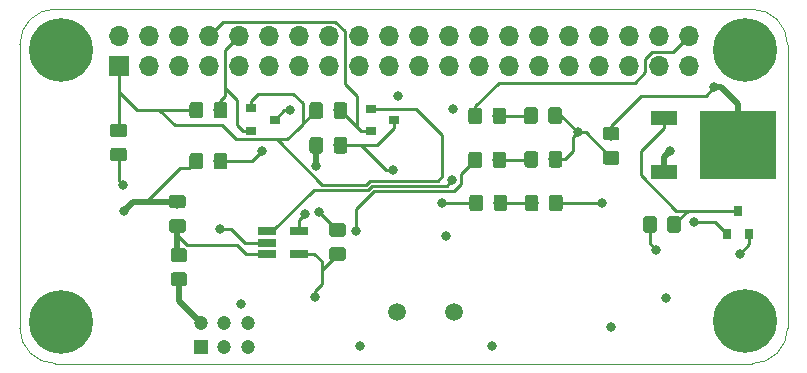
<source format=gbr>
G04 #@! TF.GenerationSoftware,KiCad,Pcbnew,(5.1.4)-1*
G04 #@! TF.CreationDate,2021-07-13T12:31:04-04:00*
G04 #@! TF.ProjectId,RocketPi,526f636b-6574-4506-992e-6b696361645f,rev?*
G04 #@! TF.SameCoordinates,Original*
G04 #@! TF.FileFunction,Copper,L1,Top*
G04 #@! TF.FilePolarity,Positive*
%FSLAX46Y46*%
G04 Gerber Fmt 4.6, Leading zero omitted, Abs format (unit mm)*
G04 Created by KiCad (PCBNEW (5.1.4)-1) date 2021-07-13 12:31:04*
%MOMM*%
%LPD*%
G04 APERTURE LIST*
%ADD10C,0.100000*%
%ADD11C,1.150000*%
%ADD12C,5.400000*%
%ADD13C,1.500000*%
%ADD14R,1.560000X0.650000*%
%ADD15R,0.900000X0.800000*%
%ADD16R,6.400000X5.800000*%
%ADD17R,2.200000X1.200000*%
%ADD18R,0.800000X0.900000*%
%ADD19O,1.700000X1.700000*%
%ADD20R,1.700000X1.700000*%
%ADD21C,1.200000*%
%ADD22R,1.200000X1.200000*%
%ADD23C,0.800000*%
%ADD24C,0.250000*%
%ADD25C,0.500000*%
%ADD26C,0.550000*%
G04 APERTURE END LIST*
D10*
X68046600Y-42164000D02*
G75*
G03X65049400Y-45161200I0J-2997200D01*
G01*
X127052600Y-72178400D02*
G75*
G03X130052600Y-69178400I0J3000000D01*
G01*
X130052600Y-45178400D02*
G75*
G03X127052600Y-42178400I-3000000J0D01*
G01*
X65052600Y-69178400D02*
G75*
G03X68052600Y-72178400I3000000J0D01*
G01*
X68046600Y-42164000D02*
X127052600Y-42178400D01*
X65049400Y-45161200D02*
X65052600Y-69178400D01*
X68052600Y-72178400D02*
X127052600Y-72178400D01*
X130052600Y-45178400D02*
X130052600Y-69178400D01*
G36*
X108728105Y-57886604D02*
G01*
X108752373Y-57890204D01*
X108776172Y-57896165D01*
X108799271Y-57904430D01*
X108821450Y-57914920D01*
X108842493Y-57927532D01*
X108862199Y-57942147D01*
X108880377Y-57958623D01*
X108896853Y-57976801D01*
X108911468Y-57996507D01*
X108924080Y-58017550D01*
X108934570Y-58039729D01*
X108942835Y-58062828D01*
X108948796Y-58086627D01*
X108952396Y-58110895D01*
X108953600Y-58135399D01*
X108953600Y-59035401D01*
X108952396Y-59059905D01*
X108948796Y-59084173D01*
X108942835Y-59107972D01*
X108934570Y-59131071D01*
X108924080Y-59153250D01*
X108911468Y-59174293D01*
X108896853Y-59193999D01*
X108880377Y-59212177D01*
X108862199Y-59228653D01*
X108842493Y-59243268D01*
X108821450Y-59255880D01*
X108799271Y-59266370D01*
X108776172Y-59274635D01*
X108752373Y-59280596D01*
X108728105Y-59284196D01*
X108703601Y-59285400D01*
X108053599Y-59285400D01*
X108029095Y-59284196D01*
X108004827Y-59280596D01*
X107981028Y-59274635D01*
X107957929Y-59266370D01*
X107935750Y-59255880D01*
X107914707Y-59243268D01*
X107895001Y-59228653D01*
X107876823Y-59212177D01*
X107860347Y-59193999D01*
X107845732Y-59174293D01*
X107833120Y-59153250D01*
X107822630Y-59131071D01*
X107814365Y-59107972D01*
X107808404Y-59084173D01*
X107804804Y-59059905D01*
X107803600Y-59035401D01*
X107803600Y-58135399D01*
X107804804Y-58110895D01*
X107808404Y-58086627D01*
X107814365Y-58062828D01*
X107822630Y-58039729D01*
X107833120Y-58017550D01*
X107845732Y-57996507D01*
X107860347Y-57976801D01*
X107876823Y-57958623D01*
X107895001Y-57942147D01*
X107914707Y-57927532D01*
X107935750Y-57914920D01*
X107957929Y-57904430D01*
X107981028Y-57896165D01*
X108004827Y-57890204D01*
X108029095Y-57886604D01*
X108053599Y-57885400D01*
X108703601Y-57885400D01*
X108728105Y-57886604D01*
X108728105Y-57886604D01*
G37*
D11*
X108378600Y-58585400D03*
D10*
G36*
X110778105Y-57886604D02*
G01*
X110802373Y-57890204D01*
X110826172Y-57896165D01*
X110849271Y-57904430D01*
X110871450Y-57914920D01*
X110892493Y-57927532D01*
X110912199Y-57942147D01*
X110930377Y-57958623D01*
X110946853Y-57976801D01*
X110961468Y-57996507D01*
X110974080Y-58017550D01*
X110984570Y-58039729D01*
X110992835Y-58062828D01*
X110998796Y-58086627D01*
X111002396Y-58110895D01*
X111003600Y-58135399D01*
X111003600Y-59035401D01*
X111002396Y-59059905D01*
X110998796Y-59084173D01*
X110992835Y-59107972D01*
X110984570Y-59131071D01*
X110974080Y-59153250D01*
X110961468Y-59174293D01*
X110946853Y-59193999D01*
X110930377Y-59212177D01*
X110912199Y-59228653D01*
X110892493Y-59243268D01*
X110871450Y-59255880D01*
X110849271Y-59266370D01*
X110826172Y-59274635D01*
X110802373Y-59280596D01*
X110778105Y-59284196D01*
X110753601Y-59285400D01*
X110103599Y-59285400D01*
X110079095Y-59284196D01*
X110054827Y-59280596D01*
X110031028Y-59274635D01*
X110007929Y-59266370D01*
X109985750Y-59255880D01*
X109964707Y-59243268D01*
X109945001Y-59228653D01*
X109926823Y-59212177D01*
X109910347Y-59193999D01*
X109895732Y-59174293D01*
X109883120Y-59153250D01*
X109872630Y-59131071D01*
X109864365Y-59107972D01*
X109858404Y-59084173D01*
X109854804Y-59059905D01*
X109853600Y-59035401D01*
X109853600Y-58135399D01*
X109854804Y-58110895D01*
X109858404Y-58086627D01*
X109864365Y-58062828D01*
X109872630Y-58039729D01*
X109883120Y-58017550D01*
X109895732Y-57996507D01*
X109910347Y-57976801D01*
X109926823Y-57958623D01*
X109945001Y-57942147D01*
X109964707Y-57927532D01*
X109985750Y-57914920D01*
X110007929Y-57904430D01*
X110031028Y-57896165D01*
X110054827Y-57890204D01*
X110079095Y-57886604D01*
X110103599Y-57885400D01*
X110753601Y-57885400D01*
X110778105Y-57886604D01*
X110778105Y-57886604D01*
G37*
D11*
X110428600Y-58585400D03*
D12*
X126466600Y-45618400D03*
X126466600Y-68605400D03*
X68529200Y-68681600D03*
X68554600Y-45669200D03*
D10*
G36*
X105997105Y-50507604D02*
G01*
X106021373Y-50511204D01*
X106045172Y-50517165D01*
X106068271Y-50525430D01*
X106090450Y-50535920D01*
X106111493Y-50548532D01*
X106131199Y-50563147D01*
X106149377Y-50579623D01*
X106165853Y-50597801D01*
X106180468Y-50617507D01*
X106193080Y-50638550D01*
X106203570Y-50660729D01*
X106211835Y-50683828D01*
X106217796Y-50707627D01*
X106221396Y-50731895D01*
X106222600Y-50756399D01*
X106222600Y-51656401D01*
X106221396Y-51680905D01*
X106217796Y-51705173D01*
X106211835Y-51728972D01*
X106203570Y-51752071D01*
X106193080Y-51774250D01*
X106180468Y-51795293D01*
X106165853Y-51814999D01*
X106149377Y-51833177D01*
X106131199Y-51849653D01*
X106111493Y-51864268D01*
X106090450Y-51876880D01*
X106068271Y-51887370D01*
X106045172Y-51895635D01*
X106021373Y-51901596D01*
X105997105Y-51905196D01*
X105972601Y-51906400D01*
X105322599Y-51906400D01*
X105298095Y-51905196D01*
X105273827Y-51901596D01*
X105250028Y-51895635D01*
X105226929Y-51887370D01*
X105204750Y-51876880D01*
X105183707Y-51864268D01*
X105164001Y-51849653D01*
X105145823Y-51833177D01*
X105129347Y-51814999D01*
X105114732Y-51795293D01*
X105102120Y-51774250D01*
X105091630Y-51752071D01*
X105083365Y-51728972D01*
X105077404Y-51705173D01*
X105073804Y-51680905D01*
X105072600Y-51656401D01*
X105072600Y-50756399D01*
X105073804Y-50731895D01*
X105077404Y-50707627D01*
X105083365Y-50683828D01*
X105091630Y-50660729D01*
X105102120Y-50638550D01*
X105114732Y-50617507D01*
X105129347Y-50597801D01*
X105145823Y-50579623D01*
X105164001Y-50563147D01*
X105183707Y-50548532D01*
X105204750Y-50535920D01*
X105226929Y-50525430D01*
X105250028Y-50517165D01*
X105273827Y-50511204D01*
X105298095Y-50507604D01*
X105322599Y-50506400D01*
X105972601Y-50506400D01*
X105997105Y-50507604D01*
X105997105Y-50507604D01*
G37*
D11*
X105647600Y-51206400D03*
D10*
G36*
X103947105Y-50507604D02*
G01*
X103971373Y-50511204D01*
X103995172Y-50517165D01*
X104018271Y-50525430D01*
X104040450Y-50535920D01*
X104061493Y-50548532D01*
X104081199Y-50563147D01*
X104099377Y-50579623D01*
X104115853Y-50597801D01*
X104130468Y-50617507D01*
X104143080Y-50638550D01*
X104153570Y-50660729D01*
X104161835Y-50683828D01*
X104167796Y-50707627D01*
X104171396Y-50731895D01*
X104172600Y-50756399D01*
X104172600Y-51656401D01*
X104171396Y-51680905D01*
X104167796Y-51705173D01*
X104161835Y-51728972D01*
X104153570Y-51752071D01*
X104143080Y-51774250D01*
X104130468Y-51795293D01*
X104115853Y-51814999D01*
X104099377Y-51833177D01*
X104081199Y-51849653D01*
X104061493Y-51864268D01*
X104040450Y-51876880D01*
X104018271Y-51887370D01*
X103995172Y-51895635D01*
X103971373Y-51901596D01*
X103947105Y-51905196D01*
X103922601Y-51906400D01*
X103272599Y-51906400D01*
X103248095Y-51905196D01*
X103223827Y-51901596D01*
X103200028Y-51895635D01*
X103176929Y-51887370D01*
X103154750Y-51876880D01*
X103133707Y-51864268D01*
X103114001Y-51849653D01*
X103095823Y-51833177D01*
X103079347Y-51814999D01*
X103064732Y-51795293D01*
X103052120Y-51774250D01*
X103041630Y-51752071D01*
X103033365Y-51728972D01*
X103027404Y-51705173D01*
X103023804Y-51680905D01*
X103022600Y-51656401D01*
X103022600Y-50756399D01*
X103023804Y-50731895D01*
X103027404Y-50707627D01*
X103033365Y-50683828D01*
X103041630Y-50660729D01*
X103052120Y-50638550D01*
X103064732Y-50617507D01*
X103079347Y-50597801D01*
X103095823Y-50579623D01*
X103114001Y-50563147D01*
X103133707Y-50548532D01*
X103154750Y-50535920D01*
X103176929Y-50525430D01*
X103200028Y-50517165D01*
X103223827Y-50511204D01*
X103248095Y-50507604D01*
X103272599Y-50506400D01*
X103922601Y-50506400D01*
X103947105Y-50507604D01*
X103947105Y-50507604D01*
G37*
D11*
X103597600Y-51206400D03*
D10*
G36*
X103951905Y-54235604D02*
G01*
X103976173Y-54239204D01*
X103999972Y-54245165D01*
X104023071Y-54253430D01*
X104045250Y-54263920D01*
X104066293Y-54276532D01*
X104085999Y-54291147D01*
X104104177Y-54307623D01*
X104120653Y-54325801D01*
X104135268Y-54345507D01*
X104147880Y-54366550D01*
X104158370Y-54388729D01*
X104166635Y-54411828D01*
X104172596Y-54435627D01*
X104176196Y-54459895D01*
X104177400Y-54484399D01*
X104177400Y-55384401D01*
X104176196Y-55408905D01*
X104172596Y-55433173D01*
X104166635Y-55456972D01*
X104158370Y-55480071D01*
X104147880Y-55502250D01*
X104135268Y-55523293D01*
X104120653Y-55542999D01*
X104104177Y-55561177D01*
X104085999Y-55577653D01*
X104066293Y-55592268D01*
X104045250Y-55604880D01*
X104023071Y-55615370D01*
X103999972Y-55623635D01*
X103976173Y-55629596D01*
X103951905Y-55633196D01*
X103927401Y-55634400D01*
X103277399Y-55634400D01*
X103252895Y-55633196D01*
X103228627Y-55629596D01*
X103204828Y-55623635D01*
X103181729Y-55615370D01*
X103159550Y-55604880D01*
X103138507Y-55592268D01*
X103118801Y-55577653D01*
X103100623Y-55561177D01*
X103084147Y-55542999D01*
X103069532Y-55523293D01*
X103056920Y-55502250D01*
X103046430Y-55480071D01*
X103038165Y-55456972D01*
X103032204Y-55433173D01*
X103028604Y-55408905D01*
X103027400Y-55384401D01*
X103027400Y-54484399D01*
X103028604Y-54459895D01*
X103032204Y-54435627D01*
X103038165Y-54411828D01*
X103046430Y-54388729D01*
X103056920Y-54366550D01*
X103069532Y-54345507D01*
X103084147Y-54325801D01*
X103100623Y-54307623D01*
X103118801Y-54291147D01*
X103138507Y-54276532D01*
X103159550Y-54263920D01*
X103181729Y-54253430D01*
X103204828Y-54245165D01*
X103228627Y-54239204D01*
X103252895Y-54235604D01*
X103277399Y-54234400D01*
X103927401Y-54234400D01*
X103951905Y-54235604D01*
X103951905Y-54235604D01*
G37*
D11*
X103602400Y-54934400D03*
D10*
G36*
X106001905Y-54235604D02*
G01*
X106026173Y-54239204D01*
X106049972Y-54245165D01*
X106073071Y-54253430D01*
X106095250Y-54263920D01*
X106116293Y-54276532D01*
X106135999Y-54291147D01*
X106154177Y-54307623D01*
X106170653Y-54325801D01*
X106185268Y-54345507D01*
X106197880Y-54366550D01*
X106208370Y-54388729D01*
X106216635Y-54411828D01*
X106222596Y-54435627D01*
X106226196Y-54459895D01*
X106227400Y-54484399D01*
X106227400Y-55384401D01*
X106226196Y-55408905D01*
X106222596Y-55433173D01*
X106216635Y-55456972D01*
X106208370Y-55480071D01*
X106197880Y-55502250D01*
X106185268Y-55523293D01*
X106170653Y-55542999D01*
X106154177Y-55561177D01*
X106135999Y-55577653D01*
X106116293Y-55592268D01*
X106095250Y-55604880D01*
X106073071Y-55615370D01*
X106049972Y-55623635D01*
X106026173Y-55629596D01*
X106001905Y-55633196D01*
X105977401Y-55634400D01*
X105327399Y-55634400D01*
X105302895Y-55633196D01*
X105278627Y-55629596D01*
X105254828Y-55623635D01*
X105231729Y-55615370D01*
X105209550Y-55604880D01*
X105188507Y-55592268D01*
X105168801Y-55577653D01*
X105150623Y-55561177D01*
X105134147Y-55542999D01*
X105119532Y-55523293D01*
X105106920Y-55502250D01*
X105096430Y-55480071D01*
X105088165Y-55456972D01*
X105082204Y-55433173D01*
X105078604Y-55408905D01*
X105077400Y-55384401D01*
X105077400Y-54484399D01*
X105078604Y-54459895D01*
X105082204Y-54435627D01*
X105088165Y-54411828D01*
X105096430Y-54388729D01*
X105106920Y-54366550D01*
X105119532Y-54345507D01*
X105134147Y-54325801D01*
X105150623Y-54307623D01*
X105168801Y-54291147D01*
X105188507Y-54276532D01*
X105209550Y-54263920D01*
X105231729Y-54253430D01*
X105254828Y-54245165D01*
X105278627Y-54239204D01*
X105302895Y-54235604D01*
X105327399Y-54234400D01*
X105977401Y-54234400D01*
X106001905Y-54235604D01*
X106001905Y-54235604D01*
G37*
D11*
X105652400Y-54934400D03*
D10*
G36*
X108671505Y-50490204D02*
G01*
X108695773Y-50493804D01*
X108719572Y-50499765D01*
X108742671Y-50508030D01*
X108764850Y-50518520D01*
X108785893Y-50531132D01*
X108805599Y-50545747D01*
X108823777Y-50562223D01*
X108840253Y-50580401D01*
X108854868Y-50600107D01*
X108867480Y-50621150D01*
X108877970Y-50643329D01*
X108886235Y-50666428D01*
X108892196Y-50690227D01*
X108895796Y-50714495D01*
X108897000Y-50738999D01*
X108897000Y-51639001D01*
X108895796Y-51663505D01*
X108892196Y-51687773D01*
X108886235Y-51711572D01*
X108877970Y-51734671D01*
X108867480Y-51756850D01*
X108854868Y-51777893D01*
X108840253Y-51797599D01*
X108823777Y-51815777D01*
X108805599Y-51832253D01*
X108785893Y-51846868D01*
X108764850Y-51859480D01*
X108742671Y-51869970D01*
X108719572Y-51878235D01*
X108695773Y-51884196D01*
X108671505Y-51887796D01*
X108647001Y-51889000D01*
X107996999Y-51889000D01*
X107972495Y-51887796D01*
X107948227Y-51884196D01*
X107924428Y-51878235D01*
X107901329Y-51869970D01*
X107879150Y-51859480D01*
X107858107Y-51846868D01*
X107838401Y-51832253D01*
X107820223Y-51815777D01*
X107803747Y-51797599D01*
X107789132Y-51777893D01*
X107776520Y-51756850D01*
X107766030Y-51734671D01*
X107757765Y-51711572D01*
X107751804Y-51687773D01*
X107748204Y-51663505D01*
X107747000Y-51639001D01*
X107747000Y-50738999D01*
X107748204Y-50714495D01*
X107751804Y-50690227D01*
X107757765Y-50666428D01*
X107766030Y-50643329D01*
X107776520Y-50621150D01*
X107789132Y-50600107D01*
X107803747Y-50580401D01*
X107820223Y-50562223D01*
X107838401Y-50545747D01*
X107858107Y-50531132D01*
X107879150Y-50518520D01*
X107901329Y-50508030D01*
X107924428Y-50499765D01*
X107948227Y-50493804D01*
X107972495Y-50490204D01*
X107996999Y-50489000D01*
X108647001Y-50489000D01*
X108671505Y-50490204D01*
X108671505Y-50490204D01*
G37*
D11*
X108322000Y-51189000D03*
D10*
G36*
X110721505Y-50490204D02*
G01*
X110745773Y-50493804D01*
X110769572Y-50499765D01*
X110792671Y-50508030D01*
X110814850Y-50518520D01*
X110835893Y-50531132D01*
X110855599Y-50545747D01*
X110873777Y-50562223D01*
X110890253Y-50580401D01*
X110904868Y-50600107D01*
X110917480Y-50621150D01*
X110927970Y-50643329D01*
X110936235Y-50666428D01*
X110942196Y-50690227D01*
X110945796Y-50714495D01*
X110947000Y-50738999D01*
X110947000Y-51639001D01*
X110945796Y-51663505D01*
X110942196Y-51687773D01*
X110936235Y-51711572D01*
X110927970Y-51734671D01*
X110917480Y-51756850D01*
X110904868Y-51777893D01*
X110890253Y-51797599D01*
X110873777Y-51815777D01*
X110855599Y-51832253D01*
X110835893Y-51846868D01*
X110814850Y-51859480D01*
X110792671Y-51869970D01*
X110769572Y-51878235D01*
X110745773Y-51884196D01*
X110721505Y-51887796D01*
X110697001Y-51889000D01*
X110046999Y-51889000D01*
X110022495Y-51887796D01*
X109998227Y-51884196D01*
X109974428Y-51878235D01*
X109951329Y-51869970D01*
X109929150Y-51859480D01*
X109908107Y-51846868D01*
X109888401Y-51832253D01*
X109870223Y-51815777D01*
X109853747Y-51797599D01*
X109839132Y-51777893D01*
X109826520Y-51756850D01*
X109816030Y-51734671D01*
X109807765Y-51711572D01*
X109801804Y-51687773D01*
X109798204Y-51663505D01*
X109797000Y-51639001D01*
X109797000Y-50738999D01*
X109798204Y-50714495D01*
X109801804Y-50690227D01*
X109807765Y-50666428D01*
X109816030Y-50643329D01*
X109826520Y-50621150D01*
X109839132Y-50600107D01*
X109853747Y-50580401D01*
X109870223Y-50562223D01*
X109888401Y-50545747D01*
X109908107Y-50531132D01*
X109929150Y-50518520D01*
X109951329Y-50508030D01*
X109974428Y-50499765D01*
X109998227Y-50493804D01*
X110022495Y-50490204D01*
X110046999Y-50489000D01*
X110697001Y-50489000D01*
X110721505Y-50490204D01*
X110721505Y-50490204D01*
G37*
D11*
X110372000Y-51189000D03*
D10*
G36*
X108696905Y-54190604D02*
G01*
X108721173Y-54194204D01*
X108744972Y-54200165D01*
X108768071Y-54208430D01*
X108790250Y-54218920D01*
X108811293Y-54231532D01*
X108830999Y-54246147D01*
X108849177Y-54262623D01*
X108865653Y-54280801D01*
X108880268Y-54300507D01*
X108892880Y-54321550D01*
X108903370Y-54343729D01*
X108911635Y-54366828D01*
X108917596Y-54390627D01*
X108921196Y-54414895D01*
X108922400Y-54439399D01*
X108922400Y-55339401D01*
X108921196Y-55363905D01*
X108917596Y-55388173D01*
X108911635Y-55411972D01*
X108903370Y-55435071D01*
X108892880Y-55457250D01*
X108880268Y-55478293D01*
X108865653Y-55497999D01*
X108849177Y-55516177D01*
X108830999Y-55532653D01*
X108811293Y-55547268D01*
X108790250Y-55559880D01*
X108768071Y-55570370D01*
X108744972Y-55578635D01*
X108721173Y-55584596D01*
X108696905Y-55588196D01*
X108672401Y-55589400D01*
X108022399Y-55589400D01*
X107997895Y-55588196D01*
X107973627Y-55584596D01*
X107949828Y-55578635D01*
X107926729Y-55570370D01*
X107904550Y-55559880D01*
X107883507Y-55547268D01*
X107863801Y-55532653D01*
X107845623Y-55516177D01*
X107829147Y-55497999D01*
X107814532Y-55478293D01*
X107801920Y-55457250D01*
X107791430Y-55435071D01*
X107783165Y-55411972D01*
X107777204Y-55388173D01*
X107773604Y-55363905D01*
X107772400Y-55339401D01*
X107772400Y-54439399D01*
X107773604Y-54414895D01*
X107777204Y-54390627D01*
X107783165Y-54366828D01*
X107791430Y-54343729D01*
X107801920Y-54321550D01*
X107814532Y-54300507D01*
X107829147Y-54280801D01*
X107845623Y-54262623D01*
X107863801Y-54246147D01*
X107883507Y-54231532D01*
X107904550Y-54218920D01*
X107926729Y-54208430D01*
X107949828Y-54200165D01*
X107973627Y-54194204D01*
X107997895Y-54190604D01*
X108022399Y-54189400D01*
X108672401Y-54189400D01*
X108696905Y-54190604D01*
X108696905Y-54190604D01*
G37*
D11*
X108347400Y-54889400D03*
D10*
G36*
X110746905Y-54190604D02*
G01*
X110771173Y-54194204D01*
X110794972Y-54200165D01*
X110818071Y-54208430D01*
X110840250Y-54218920D01*
X110861293Y-54231532D01*
X110880999Y-54246147D01*
X110899177Y-54262623D01*
X110915653Y-54280801D01*
X110930268Y-54300507D01*
X110942880Y-54321550D01*
X110953370Y-54343729D01*
X110961635Y-54366828D01*
X110967596Y-54390627D01*
X110971196Y-54414895D01*
X110972400Y-54439399D01*
X110972400Y-55339401D01*
X110971196Y-55363905D01*
X110967596Y-55388173D01*
X110961635Y-55411972D01*
X110953370Y-55435071D01*
X110942880Y-55457250D01*
X110930268Y-55478293D01*
X110915653Y-55497999D01*
X110899177Y-55516177D01*
X110880999Y-55532653D01*
X110861293Y-55547268D01*
X110840250Y-55559880D01*
X110818071Y-55570370D01*
X110794972Y-55578635D01*
X110771173Y-55584596D01*
X110746905Y-55588196D01*
X110722401Y-55589400D01*
X110072399Y-55589400D01*
X110047895Y-55588196D01*
X110023627Y-55584596D01*
X109999828Y-55578635D01*
X109976729Y-55570370D01*
X109954550Y-55559880D01*
X109933507Y-55547268D01*
X109913801Y-55532653D01*
X109895623Y-55516177D01*
X109879147Y-55497999D01*
X109864532Y-55478293D01*
X109851920Y-55457250D01*
X109841430Y-55435071D01*
X109833165Y-55411972D01*
X109827204Y-55388173D01*
X109823604Y-55363905D01*
X109822400Y-55339401D01*
X109822400Y-54439399D01*
X109823604Y-54414895D01*
X109827204Y-54390627D01*
X109833165Y-54366828D01*
X109841430Y-54343729D01*
X109851920Y-54321550D01*
X109864532Y-54300507D01*
X109879147Y-54280801D01*
X109895623Y-54262623D01*
X109913801Y-54246147D01*
X109933507Y-54231532D01*
X109954550Y-54218920D01*
X109976729Y-54208430D01*
X109999828Y-54200165D01*
X110023627Y-54194204D01*
X110047895Y-54190604D01*
X110072399Y-54189400D01*
X110722401Y-54189400D01*
X110746905Y-54190604D01*
X110746905Y-54190604D01*
G37*
D11*
X110397400Y-54889400D03*
D13*
X96948600Y-67792600D03*
X101828600Y-67792600D03*
D14*
X88675200Y-61000600D03*
X88675200Y-62900600D03*
X85975200Y-62900600D03*
X85975200Y-61950600D03*
X85975200Y-61000600D03*
D10*
G36*
X82388705Y-54343004D02*
G01*
X82412973Y-54346604D01*
X82436772Y-54352565D01*
X82459871Y-54360830D01*
X82482050Y-54371320D01*
X82503093Y-54383932D01*
X82522799Y-54398547D01*
X82540977Y-54415023D01*
X82557453Y-54433201D01*
X82572068Y-54452907D01*
X82584680Y-54473950D01*
X82595170Y-54496129D01*
X82603435Y-54519228D01*
X82609396Y-54543027D01*
X82612996Y-54567295D01*
X82614200Y-54591799D01*
X82614200Y-55491801D01*
X82612996Y-55516305D01*
X82609396Y-55540573D01*
X82603435Y-55564372D01*
X82595170Y-55587471D01*
X82584680Y-55609650D01*
X82572068Y-55630693D01*
X82557453Y-55650399D01*
X82540977Y-55668577D01*
X82522799Y-55685053D01*
X82503093Y-55699668D01*
X82482050Y-55712280D01*
X82459871Y-55722770D01*
X82436772Y-55731035D01*
X82412973Y-55736996D01*
X82388705Y-55740596D01*
X82364201Y-55741800D01*
X81714199Y-55741800D01*
X81689695Y-55740596D01*
X81665427Y-55736996D01*
X81641628Y-55731035D01*
X81618529Y-55722770D01*
X81596350Y-55712280D01*
X81575307Y-55699668D01*
X81555601Y-55685053D01*
X81537423Y-55668577D01*
X81520947Y-55650399D01*
X81506332Y-55630693D01*
X81493720Y-55609650D01*
X81483230Y-55587471D01*
X81474965Y-55564372D01*
X81469004Y-55540573D01*
X81465404Y-55516305D01*
X81464200Y-55491801D01*
X81464200Y-54591799D01*
X81465404Y-54567295D01*
X81469004Y-54543027D01*
X81474965Y-54519228D01*
X81483230Y-54496129D01*
X81493720Y-54473950D01*
X81506332Y-54452907D01*
X81520947Y-54433201D01*
X81537423Y-54415023D01*
X81555601Y-54398547D01*
X81575307Y-54383932D01*
X81596350Y-54371320D01*
X81618529Y-54360830D01*
X81641628Y-54352565D01*
X81665427Y-54346604D01*
X81689695Y-54343004D01*
X81714199Y-54341800D01*
X82364201Y-54341800D01*
X82388705Y-54343004D01*
X82388705Y-54343004D01*
G37*
D11*
X82039200Y-55041800D03*
D10*
G36*
X80338705Y-54343004D02*
G01*
X80362973Y-54346604D01*
X80386772Y-54352565D01*
X80409871Y-54360830D01*
X80432050Y-54371320D01*
X80453093Y-54383932D01*
X80472799Y-54398547D01*
X80490977Y-54415023D01*
X80507453Y-54433201D01*
X80522068Y-54452907D01*
X80534680Y-54473950D01*
X80545170Y-54496129D01*
X80553435Y-54519228D01*
X80559396Y-54543027D01*
X80562996Y-54567295D01*
X80564200Y-54591799D01*
X80564200Y-55491801D01*
X80562996Y-55516305D01*
X80559396Y-55540573D01*
X80553435Y-55564372D01*
X80545170Y-55587471D01*
X80534680Y-55609650D01*
X80522068Y-55630693D01*
X80507453Y-55650399D01*
X80490977Y-55668577D01*
X80472799Y-55685053D01*
X80453093Y-55699668D01*
X80432050Y-55712280D01*
X80409871Y-55722770D01*
X80386772Y-55731035D01*
X80362973Y-55736996D01*
X80338705Y-55740596D01*
X80314201Y-55741800D01*
X79664199Y-55741800D01*
X79639695Y-55740596D01*
X79615427Y-55736996D01*
X79591628Y-55731035D01*
X79568529Y-55722770D01*
X79546350Y-55712280D01*
X79525307Y-55699668D01*
X79505601Y-55685053D01*
X79487423Y-55668577D01*
X79470947Y-55650399D01*
X79456332Y-55630693D01*
X79443720Y-55609650D01*
X79433230Y-55587471D01*
X79424965Y-55564372D01*
X79419004Y-55540573D01*
X79415404Y-55516305D01*
X79414200Y-55491801D01*
X79414200Y-54591799D01*
X79415404Y-54567295D01*
X79419004Y-54543027D01*
X79424965Y-54519228D01*
X79433230Y-54496129D01*
X79443720Y-54473950D01*
X79456332Y-54452907D01*
X79470947Y-54433201D01*
X79487423Y-54415023D01*
X79505601Y-54398547D01*
X79525307Y-54383932D01*
X79546350Y-54371320D01*
X79568529Y-54360830D01*
X79591628Y-54352565D01*
X79615427Y-54346604D01*
X79639695Y-54343004D01*
X79664199Y-54341800D01*
X80314201Y-54341800D01*
X80338705Y-54343004D01*
X80338705Y-54343004D01*
G37*
D11*
X79989200Y-55041800D03*
D10*
G36*
X82388705Y-50031004D02*
G01*
X82412973Y-50034604D01*
X82436772Y-50040565D01*
X82459871Y-50048830D01*
X82482050Y-50059320D01*
X82503093Y-50071932D01*
X82522799Y-50086547D01*
X82540977Y-50103023D01*
X82557453Y-50121201D01*
X82572068Y-50140907D01*
X82584680Y-50161950D01*
X82595170Y-50184129D01*
X82603435Y-50207228D01*
X82609396Y-50231027D01*
X82612996Y-50255295D01*
X82614200Y-50279799D01*
X82614200Y-51179801D01*
X82612996Y-51204305D01*
X82609396Y-51228573D01*
X82603435Y-51252372D01*
X82595170Y-51275471D01*
X82584680Y-51297650D01*
X82572068Y-51318693D01*
X82557453Y-51338399D01*
X82540977Y-51356577D01*
X82522799Y-51373053D01*
X82503093Y-51387668D01*
X82482050Y-51400280D01*
X82459871Y-51410770D01*
X82436772Y-51419035D01*
X82412973Y-51424996D01*
X82388705Y-51428596D01*
X82364201Y-51429800D01*
X81714199Y-51429800D01*
X81689695Y-51428596D01*
X81665427Y-51424996D01*
X81641628Y-51419035D01*
X81618529Y-51410770D01*
X81596350Y-51400280D01*
X81575307Y-51387668D01*
X81555601Y-51373053D01*
X81537423Y-51356577D01*
X81520947Y-51338399D01*
X81506332Y-51318693D01*
X81493720Y-51297650D01*
X81483230Y-51275471D01*
X81474965Y-51252372D01*
X81469004Y-51228573D01*
X81465404Y-51204305D01*
X81464200Y-51179801D01*
X81464200Y-50279799D01*
X81465404Y-50255295D01*
X81469004Y-50231027D01*
X81474965Y-50207228D01*
X81483230Y-50184129D01*
X81493720Y-50161950D01*
X81506332Y-50140907D01*
X81520947Y-50121201D01*
X81537423Y-50103023D01*
X81555601Y-50086547D01*
X81575307Y-50071932D01*
X81596350Y-50059320D01*
X81618529Y-50048830D01*
X81641628Y-50040565D01*
X81665427Y-50034604D01*
X81689695Y-50031004D01*
X81714199Y-50029800D01*
X82364201Y-50029800D01*
X82388705Y-50031004D01*
X82388705Y-50031004D01*
G37*
D11*
X82039200Y-50729800D03*
D10*
G36*
X80338705Y-50031004D02*
G01*
X80362973Y-50034604D01*
X80386772Y-50040565D01*
X80409871Y-50048830D01*
X80432050Y-50059320D01*
X80453093Y-50071932D01*
X80472799Y-50086547D01*
X80490977Y-50103023D01*
X80507453Y-50121201D01*
X80522068Y-50140907D01*
X80534680Y-50161950D01*
X80545170Y-50184129D01*
X80553435Y-50207228D01*
X80559396Y-50231027D01*
X80562996Y-50255295D01*
X80564200Y-50279799D01*
X80564200Y-51179801D01*
X80562996Y-51204305D01*
X80559396Y-51228573D01*
X80553435Y-51252372D01*
X80545170Y-51275471D01*
X80534680Y-51297650D01*
X80522068Y-51318693D01*
X80507453Y-51338399D01*
X80490977Y-51356577D01*
X80472799Y-51373053D01*
X80453093Y-51387668D01*
X80432050Y-51400280D01*
X80409871Y-51410770D01*
X80386772Y-51419035D01*
X80362973Y-51424996D01*
X80338705Y-51428596D01*
X80314201Y-51429800D01*
X79664199Y-51429800D01*
X79639695Y-51428596D01*
X79615427Y-51424996D01*
X79591628Y-51419035D01*
X79568529Y-51410770D01*
X79546350Y-51400280D01*
X79525307Y-51387668D01*
X79505601Y-51373053D01*
X79487423Y-51356577D01*
X79470947Y-51338399D01*
X79456332Y-51318693D01*
X79443720Y-51297650D01*
X79433230Y-51275471D01*
X79424965Y-51252372D01*
X79419004Y-51228573D01*
X79415404Y-51204305D01*
X79414200Y-51179801D01*
X79414200Y-50279799D01*
X79415404Y-50255295D01*
X79419004Y-50231027D01*
X79424965Y-50207228D01*
X79433230Y-50184129D01*
X79443720Y-50161950D01*
X79456332Y-50140907D01*
X79470947Y-50121201D01*
X79487423Y-50103023D01*
X79505601Y-50086547D01*
X79525307Y-50071932D01*
X79546350Y-50059320D01*
X79568529Y-50048830D01*
X79591628Y-50040565D01*
X79615427Y-50034604D01*
X79639695Y-50031004D01*
X79664199Y-50029800D01*
X80314201Y-50029800D01*
X80338705Y-50031004D01*
X80338705Y-50031004D01*
G37*
D11*
X79989200Y-50729800D03*
D10*
G36*
X92546505Y-53004404D02*
G01*
X92570773Y-53008004D01*
X92594572Y-53013965D01*
X92617671Y-53022230D01*
X92639850Y-53032720D01*
X92660893Y-53045332D01*
X92680599Y-53059947D01*
X92698777Y-53076423D01*
X92715253Y-53094601D01*
X92729868Y-53114307D01*
X92742480Y-53135350D01*
X92752970Y-53157529D01*
X92761235Y-53180628D01*
X92767196Y-53204427D01*
X92770796Y-53228695D01*
X92772000Y-53253199D01*
X92772000Y-54153201D01*
X92770796Y-54177705D01*
X92767196Y-54201973D01*
X92761235Y-54225772D01*
X92752970Y-54248871D01*
X92742480Y-54271050D01*
X92729868Y-54292093D01*
X92715253Y-54311799D01*
X92698777Y-54329977D01*
X92680599Y-54346453D01*
X92660893Y-54361068D01*
X92639850Y-54373680D01*
X92617671Y-54384170D01*
X92594572Y-54392435D01*
X92570773Y-54398396D01*
X92546505Y-54401996D01*
X92522001Y-54403200D01*
X91871999Y-54403200D01*
X91847495Y-54401996D01*
X91823227Y-54398396D01*
X91799428Y-54392435D01*
X91776329Y-54384170D01*
X91754150Y-54373680D01*
X91733107Y-54361068D01*
X91713401Y-54346453D01*
X91695223Y-54329977D01*
X91678747Y-54311799D01*
X91664132Y-54292093D01*
X91651520Y-54271050D01*
X91641030Y-54248871D01*
X91632765Y-54225772D01*
X91626804Y-54201973D01*
X91623204Y-54177705D01*
X91622000Y-54153201D01*
X91622000Y-53253199D01*
X91623204Y-53228695D01*
X91626804Y-53204427D01*
X91632765Y-53180628D01*
X91641030Y-53157529D01*
X91651520Y-53135350D01*
X91664132Y-53114307D01*
X91678747Y-53094601D01*
X91695223Y-53076423D01*
X91713401Y-53059947D01*
X91733107Y-53045332D01*
X91754150Y-53032720D01*
X91776329Y-53022230D01*
X91799428Y-53013965D01*
X91823227Y-53008004D01*
X91847495Y-53004404D01*
X91871999Y-53003200D01*
X92522001Y-53003200D01*
X92546505Y-53004404D01*
X92546505Y-53004404D01*
G37*
D11*
X92197000Y-53703200D03*
D10*
G36*
X90496505Y-53004404D02*
G01*
X90520773Y-53008004D01*
X90544572Y-53013965D01*
X90567671Y-53022230D01*
X90589850Y-53032720D01*
X90610893Y-53045332D01*
X90630599Y-53059947D01*
X90648777Y-53076423D01*
X90665253Y-53094601D01*
X90679868Y-53114307D01*
X90692480Y-53135350D01*
X90702970Y-53157529D01*
X90711235Y-53180628D01*
X90717196Y-53204427D01*
X90720796Y-53228695D01*
X90722000Y-53253199D01*
X90722000Y-54153201D01*
X90720796Y-54177705D01*
X90717196Y-54201973D01*
X90711235Y-54225772D01*
X90702970Y-54248871D01*
X90692480Y-54271050D01*
X90679868Y-54292093D01*
X90665253Y-54311799D01*
X90648777Y-54329977D01*
X90630599Y-54346453D01*
X90610893Y-54361068D01*
X90589850Y-54373680D01*
X90567671Y-54384170D01*
X90544572Y-54392435D01*
X90520773Y-54398396D01*
X90496505Y-54401996D01*
X90472001Y-54403200D01*
X89821999Y-54403200D01*
X89797495Y-54401996D01*
X89773227Y-54398396D01*
X89749428Y-54392435D01*
X89726329Y-54384170D01*
X89704150Y-54373680D01*
X89683107Y-54361068D01*
X89663401Y-54346453D01*
X89645223Y-54329977D01*
X89628747Y-54311799D01*
X89614132Y-54292093D01*
X89601520Y-54271050D01*
X89591030Y-54248871D01*
X89582765Y-54225772D01*
X89576804Y-54201973D01*
X89573204Y-54177705D01*
X89572000Y-54153201D01*
X89572000Y-53253199D01*
X89573204Y-53228695D01*
X89576804Y-53204427D01*
X89582765Y-53180628D01*
X89591030Y-53157529D01*
X89601520Y-53135350D01*
X89614132Y-53114307D01*
X89628747Y-53094601D01*
X89645223Y-53076423D01*
X89663401Y-53059947D01*
X89683107Y-53045332D01*
X89704150Y-53032720D01*
X89726329Y-53022230D01*
X89749428Y-53013965D01*
X89773227Y-53008004D01*
X89797495Y-53004404D01*
X89821999Y-53003200D01*
X90472001Y-53003200D01*
X90496505Y-53004404D01*
X90496505Y-53004404D01*
G37*
D11*
X90147000Y-53703200D03*
D10*
G36*
X92546505Y-50054404D02*
G01*
X92570773Y-50058004D01*
X92594572Y-50063965D01*
X92617671Y-50072230D01*
X92639850Y-50082720D01*
X92660893Y-50095332D01*
X92680599Y-50109947D01*
X92698777Y-50126423D01*
X92715253Y-50144601D01*
X92729868Y-50164307D01*
X92742480Y-50185350D01*
X92752970Y-50207529D01*
X92761235Y-50230628D01*
X92767196Y-50254427D01*
X92770796Y-50278695D01*
X92772000Y-50303199D01*
X92772000Y-51203201D01*
X92770796Y-51227705D01*
X92767196Y-51251973D01*
X92761235Y-51275772D01*
X92752970Y-51298871D01*
X92742480Y-51321050D01*
X92729868Y-51342093D01*
X92715253Y-51361799D01*
X92698777Y-51379977D01*
X92680599Y-51396453D01*
X92660893Y-51411068D01*
X92639850Y-51423680D01*
X92617671Y-51434170D01*
X92594572Y-51442435D01*
X92570773Y-51448396D01*
X92546505Y-51451996D01*
X92522001Y-51453200D01*
X91871999Y-51453200D01*
X91847495Y-51451996D01*
X91823227Y-51448396D01*
X91799428Y-51442435D01*
X91776329Y-51434170D01*
X91754150Y-51423680D01*
X91733107Y-51411068D01*
X91713401Y-51396453D01*
X91695223Y-51379977D01*
X91678747Y-51361799D01*
X91664132Y-51342093D01*
X91651520Y-51321050D01*
X91641030Y-51298871D01*
X91632765Y-51275772D01*
X91626804Y-51251973D01*
X91623204Y-51227705D01*
X91622000Y-51203201D01*
X91622000Y-50303199D01*
X91623204Y-50278695D01*
X91626804Y-50254427D01*
X91632765Y-50230628D01*
X91641030Y-50207529D01*
X91651520Y-50185350D01*
X91664132Y-50164307D01*
X91678747Y-50144601D01*
X91695223Y-50126423D01*
X91713401Y-50109947D01*
X91733107Y-50095332D01*
X91754150Y-50082720D01*
X91776329Y-50072230D01*
X91799428Y-50063965D01*
X91823227Y-50058004D01*
X91847495Y-50054404D01*
X91871999Y-50053200D01*
X92522001Y-50053200D01*
X92546505Y-50054404D01*
X92546505Y-50054404D01*
G37*
D11*
X92197000Y-50753200D03*
D10*
G36*
X90496505Y-50054404D02*
G01*
X90520773Y-50058004D01*
X90544572Y-50063965D01*
X90567671Y-50072230D01*
X90589850Y-50082720D01*
X90610893Y-50095332D01*
X90630599Y-50109947D01*
X90648777Y-50126423D01*
X90665253Y-50144601D01*
X90679868Y-50164307D01*
X90692480Y-50185350D01*
X90702970Y-50207529D01*
X90711235Y-50230628D01*
X90717196Y-50254427D01*
X90720796Y-50278695D01*
X90722000Y-50303199D01*
X90722000Y-51203201D01*
X90720796Y-51227705D01*
X90717196Y-51251973D01*
X90711235Y-51275772D01*
X90702970Y-51298871D01*
X90692480Y-51321050D01*
X90679868Y-51342093D01*
X90665253Y-51361799D01*
X90648777Y-51379977D01*
X90630599Y-51396453D01*
X90610893Y-51411068D01*
X90589850Y-51423680D01*
X90567671Y-51434170D01*
X90544572Y-51442435D01*
X90520773Y-51448396D01*
X90496505Y-51451996D01*
X90472001Y-51453200D01*
X89821999Y-51453200D01*
X89797495Y-51451996D01*
X89773227Y-51448396D01*
X89749428Y-51442435D01*
X89726329Y-51434170D01*
X89704150Y-51423680D01*
X89683107Y-51411068D01*
X89663401Y-51396453D01*
X89645223Y-51379977D01*
X89628747Y-51361799D01*
X89614132Y-51342093D01*
X89601520Y-51321050D01*
X89591030Y-51298871D01*
X89582765Y-51275772D01*
X89576804Y-51251973D01*
X89573204Y-51227705D01*
X89572000Y-51203201D01*
X89572000Y-50303199D01*
X89573204Y-50278695D01*
X89576804Y-50254427D01*
X89582765Y-50230628D01*
X89591030Y-50207529D01*
X89601520Y-50185350D01*
X89614132Y-50164307D01*
X89628747Y-50144601D01*
X89645223Y-50126423D01*
X89663401Y-50109947D01*
X89683107Y-50095332D01*
X89704150Y-50082720D01*
X89726329Y-50072230D01*
X89749428Y-50063965D01*
X89773227Y-50058004D01*
X89797495Y-50054404D01*
X89821999Y-50053200D01*
X90472001Y-50053200D01*
X90496505Y-50054404D01*
X90496505Y-50054404D01*
G37*
D11*
X90147000Y-50753200D03*
D10*
G36*
X104032305Y-57873604D02*
G01*
X104056573Y-57877204D01*
X104080372Y-57883165D01*
X104103471Y-57891430D01*
X104125650Y-57901920D01*
X104146693Y-57914532D01*
X104166399Y-57929147D01*
X104184577Y-57945623D01*
X104201053Y-57963801D01*
X104215668Y-57983507D01*
X104228280Y-58004550D01*
X104238770Y-58026729D01*
X104247035Y-58049828D01*
X104252996Y-58073627D01*
X104256596Y-58097895D01*
X104257800Y-58122399D01*
X104257800Y-59022401D01*
X104256596Y-59046905D01*
X104252996Y-59071173D01*
X104247035Y-59094972D01*
X104238770Y-59118071D01*
X104228280Y-59140250D01*
X104215668Y-59161293D01*
X104201053Y-59180999D01*
X104184577Y-59199177D01*
X104166399Y-59215653D01*
X104146693Y-59230268D01*
X104125650Y-59242880D01*
X104103471Y-59253370D01*
X104080372Y-59261635D01*
X104056573Y-59267596D01*
X104032305Y-59271196D01*
X104007801Y-59272400D01*
X103357799Y-59272400D01*
X103333295Y-59271196D01*
X103309027Y-59267596D01*
X103285228Y-59261635D01*
X103262129Y-59253370D01*
X103239950Y-59242880D01*
X103218907Y-59230268D01*
X103199201Y-59215653D01*
X103181023Y-59199177D01*
X103164547Y-59180999D01*
X103149932Y-59161293D01*
X103137320Y-59140250D01*
X103126830Y-59118071D01*
X103118565Y-59094972D01*
X103112604Y-59071173D01*
X103109004Y-59046905D01*
X103107800Y-59022401D01*
X103107800Y-58122399D01*
X103109004Y-58097895D01*
X103112604Y-58073627D01*
X103118565Y-58049828D01*
X103126830Y-58026729D01*
X103137320Y-58004550D01*
X103149932Y-57983507D01*
X103164547Y-57963801D01*
X103181023Y-57945623D01*
X103199201Y-57929147D01*
X103218907Y-57914532D01*
X103239950Y-57901920D01*
X103262129Y-57891430D01*
X103285228Y-57883165D01*
X103309027Y-57877204D01*
X103333295Y-57873604D01*
X103357799Y-57872400D01*
X104007801Y-57872400D01*
X104032305Y-57873604D01*
X104032305Y-57873604D01*
G37*
D11*
X103682800Y-58572400D03*
D10*
G36*
X106082305Y-57873604D02*
G01*
X106106573Y-57877204D01*
X106130372Y-57883165D01*
X106153471Y-57891430D01*
X106175650Y-57901920D01*
X106196693Y-57914532D01*
X106216399Y-57929147D01*
X106234577Y-57945623D01*
X106251053Y-57963801D01*
X106265668Y-57983507D01*
X106278280Y-58004550D01*
X106288770Y-58026729D01*
X106297035Y-58049828D01*
X106302996Y-58073627D01*
X106306596Y-58097895D01*
X106307800Y-58122399D01*
X106307800Y-59022401D01*
X106306596Y-59046905D01*
X106302996Y-59071173D01*
X106297035Y-59094972D01*
X106288770Y-59118071D01*
X106278280Y-59140250D01*
X106265668Y-59161293D01*
X106251053Y-59180999D01*
X106234577Y-59199177D01*
X106216399Y-59215653D01*
X106196693Y-59230268D01*
X106175650Y-59242880D01*
X106153471Y-59253370D01*
X106130372Y-59261635D01*
X106106573Y-59267596D01*
X106082305Y-59271196D01*
X106057801Y-59272400D01*
X105407799Y-59272400D01*
X105383295Y-59271196D01*
X105359027Y-59267596D01*
X105335228Y-59261635D01*
X105312129Y-59253370D01*
X105289950Y-59242880D01*
X105268907Y-59230268D01*
X105249201Y-59215653D01*
X105231023Y-59199177D01*
X105214547Y-59180999D01*
X105199932Y-59161293D01*
X105187320Y-59140250D01*
X105176830Y-59118071D01*
X105168565Y-59094972D01*
X105162604Y-59071173D01*
X105159004Y-59046905D01*
X105157800Y-59022401D01*
X105157800Y-58122399D01*
X105159004Y-58097895D01*
X105162604Y-58073627D01*
X105168565Y-58049828D01*
X105176830Y-58026729D01*
X105187320Y-58004550D01*
X105199932Y-57983507D01*
X105214547Y-57963801D01*
X105231023Y-57945623D01*
X105249201Y-57929147D01*
X105268907Y-57914532D01*
X105289950Y-57901920D01*
X105312129Y-57891430D01*
X105335228Y-57883165D01*
X105359027Y-57877204D01*
X105383295Y-57873604D01*
X105407799Y-57872400D01*
X106057801Y-57872400D01*
X106082305Y-57873604D01*
X106082305Y-57873604D01*
G37*
D11*
X105732800Y-58572400D03*
D10*
G36*
X120796305Y-59702404D02*
G01*
X120820573Y-59706004D01*
X120844372Y-59711965D01*
X120867471Y-59720230D01*
X120889650Y-59730720D01*
X120910693Y-59743332D01*
X120930399Y-59757947D01*
X120948577Y-59774423D01*
X120965053Y-59792601D01*
X120979668Y-59812307D01*
X120992280Y-59833350D01*
X121002770Y-59855529D01*
X121011035Y-59878628D01*
X121016996Y-59902427D01*
X121020596Y-59926695D01*
X121021800Y-59951199D01*
X121021800Y-60851201D01*
X121020596Y-60875705D01*
X121016996Y-60899973D01*
X121011035Y-60923772D01*
X121002770Y-60946871D01*
X120992280Y-60969050D01*
X120979668Y-60990093D01*
X120965053Y-61009799D01*
X120948577Y-61027977D01*
X120930399Y-61044453D01*
X120910693Y-61059068D01*
X120889650Y-61071680D01*
X120867471Y-61082170D01*
X120844372Y-61090435D01*
X120820573Y-61096396D01*
X120796305Y-61099996D01*
X120771801Y-61101200D01*
X120121799Y-61101200D01*
X120097295Y-61099996D01*
X120073027Y-61096396D01*
X120049228Y-61090435D01*
X120026129Y-61082170D01*
X120003950Y-61071680D01*
X119982907Y-61059068D01*
X119963201Y-61044453D01*
X119945023Y-61027977D01*
X119928547Y-61009799D01*
X119913932Y-60990093D01*
X119901320Y-60969050D01*
X119890830Y-60946871D01*
X119882565Y-60923772D01*
X119876604Y-60899973D01*
X119873004Y-60875705D01*
X119871800Y-60851201D01*
X119871800Y-59951199D01*
X119873004Y-59926695D01*
X119876604Y-59902427D01*
X119882565Y-59878628D01*
X119890830Y-59855529D01*
X119901320Y-59833350D01*
X119913932Y-59812307D01*
X119928547Y-59792601D01*
X119945023Y-59774423D01*
X119963201Y-59757947D01*
X119982907Y-59743332D01*
X120003950Y-59730720D01*
X120026129Y-59720230D01*
X120049228Y-59711965D01*
X120073027Y-59706004D01*
X120097295Y-59702404D01*
X120121799Y-59701200D01*
X120771801Y-59701200D01*
X120796305Y-59702404D01*
X120796305Y-59702404D01*
G37*
D11*
X120446800Y-60401200D03*
D10*
G36*
X118746305Y-59702404D02*
G01*
X118770573Y-59706004D01*
X118794372Y-59711965D01*
X118817471Y-59720230D01*
X118839650Y-59730720D01*
X118860693Y-59743332D01*
X118880399Y-59757947D01*
X118898577Y-59774423D01*
X118915053Y-59792601D01*
X118929668Y-59812307D01*
X118942280Y-59833350D01*
X118952770Y-59855529D01*
X118961035Y-59878628D01*
X118966996Y-59902427D01*
X118970596Y-59926695D01*
X118971800Y-59951199D01*
X118971800Y-60851201D01*
X118970596Y-60875705D01*
X118966996Y-60899973D01*
X118961035Y-60923772D01*
X118952770Y-60946871D01*
X118942280Y-60969050D01*
X118929668Y-60990093D01*
X118915053Y-61009799D01*
X118898577Y-61027977D01*
X118880399Y-61044453D01*
X118860693Y-61059068D01*
X118839650Y-61071680D01*
X118817471Y-61082170D01*
X118794372Y-61090435D01*
X118770573Y-61096396D01*
X118746305Y-61099996D01*
X118721801Y-61101200D01*
X118071799Y-61101200D01*
X118047295Y-61099996D01*
X118023027Y-61096396D01*
X117999228Y-61090435D01*
X117976129Y-61082170D01*
X117953950Y-61071680D01*
X117932907Y-61059068D01*
X117913201Y-61044453D01*
X117895023Y-61027977D01*
X117878547Y-61009799D01*
X117863932Y-60990093D01*
X117851320Y-60969050D01*
X117840830Y-60946871D01*
X117832565Y-60923772D01*
X117826604Y-60899973D01*
X117823004Y-60875705D01*
X117821800Y-60851201D01*
X117821800Y-59951199D01*
X117823004Y-59926695D01*
X117826604Y-59902427D01*
X117832565Y-59878628D01*
X117840830Y-59855529D01*
X117851320Y-59833350D01*
X117863932Y-59812307D01*
X117878547Y-59792601D01*
X117895023Y-59774423D01*
X117913201Y-59757947D01*
X117932907Y-59743332D01*
X117953950Y-59730720D01*
X117976129Y-59720230D01*
X117999228Y-59711965D01*
X118023027Y-59706004D01*
X118047295Y-59702404D01*
X118071799Y-59701200D01*
X118721801Y-59701200D01*
X118746305Y-59702404D01*
X118746305Y-59702404D01*
G37*
D11*
X118396800Y-60401200D03*
D10*
G36*
X78858905Y-59954404D02*
G01*
X78883173Y-59958004D01*
X78906972Y-59963965D01*
X78930071Y-59972230D01*
X78952250Y-59982720D01*
X78973293Y-59995332D01*
X78992999Y-60009947D01*
X79011177Y-60026423D01*
X79027653Y-60044601D01*
X79042268Y-60064307D01*
X79054880Y-60085350D01*
X79065370Y-60107529D01*
X79073635Y-60130628D01*
X79079596Y-60154427D01*
X79083196Y-60178695D01*
X79084400Y-60203199D01*
X79084400Y-60853201D01*
X79083196Y-60877705D01*
X79079596Y-60901973D01*
X79073635Y-60925772D01*
X79065370Y-60948871D01*
X79054880Y-60971050D01*
X79042268Y-60992093D01*
X79027653Y-61011799D01*
X79011177Y-61029977D01*
X78992999Y-61046453D01*
X78973293Y-61061068D01*
X78952250Y-61073680D01*
X78930071Y-61084170D01*
X78906972Y-61092435D01*
X78883173Y-61098396D01*
X78858905Y-61101996D01*
X78834401Y-61103200D01*
X77934399Y-61103200D01*
X77909895Y-61101996D01*
X77885627Y-61098396D01*
X77861828Y-61092435D01*
X77838729Y-61084170D01*
X77816550Y-61073680D01*
X77795507Y-61061068D01*
X77775801Y-61046453D01*
X77757623Y-61029977D01*
X77741147Y-61011799D01*
X77726532Y-60992093D01*
X77713920Y-60971050D01*
X77703430Y-60948871D01*
X77695165Y-60925772D01*
X77689204Y-60901973D01*
X77685604Y-60877705D01*
X77684400Y-60853201D01*
X77684400Y-60203199D01*
X77685604Y-60178695D01*
X77689204Y-60154427D01*
X77695165Y-60130628D01*
X77703430Y-60107529D01*
X77713920Y-60085350D01*
X77726532Y-60064307D01*
X77741147Y-60044601D01*
X77757623Y-60026423D01*
X77775801Y-60009947D01*
X77795507Y-59995332D01*
X77816550Y-59982720D01*
X77838729Y-59972230D01*
X77861828Y-59963965D01*
X77885627Y-59958004D01*
X77909895Y-59954404D01*
X77934399Y-59953200D01*
X78834401Y-59953200D01*
X78858905Y-59954404D01*
X78858905Y-59954404D01*
G37*
D11*
X78384400Y-60528200D03*
D10*
G36*
X78858905Y-57904404D02*
G01*
X78883173Y-57908004D01*
X78906972Y-57913965D01*
X78930071Y-57922230D01*
X78952250Y-57932720D01*
X78973293Y-57945332D01*
X78992999Y-57959947D01*
X79011177Y-57976423D01*
X79027653Y-57994601D01*
X79042268Y-58014307D01*
X79054880Y-58035350D01*
X79065370Y-58057529D01*
X79073635Y-58080628D01*
X79079596Y-58104427D01*
X79083196Y-58128695D01*
X79084400Y-58153199D01*
X79084400Y-58803201D01*
X79083196Y-58827705D01*
X79079596Y-58851973D01*
X79073635Y-58875772D01*
X79065370Y-58898871D01*
X79054880Y-58921050D01*
X79042268Y-58942093D01*
X79027653Y-58961799D01*
X79011177Y-58979977D01*
X78992999Y-58996453D01*
X78973293Y-59011068D01*
X78952250Y-59023680D01*
X78930071Y-59034170D01*
X78906972Y-59042435D01*
X78883173Y-59048396D01*
X78858905Y-59051996D01*
X78834401Y-59053200D01*
X77934399Y-59053200D01*
X77909895Y-59051996D01*
X77885627Y-59048396D01*
X77861828Y-59042435D01*
X77838729Y-59034170D01*
X77816550Y-59023680D01*
X77795507Y-59011068D01*
X77775801Y-58996453D01*
X77757623Y-58979977D01*
X77741147Y-58961799D01*
X77726532Y-58942093D01*
X77713920Y-58921050D01*
X77703430Y-58898871D01*
X77695165Y-58875772D01*
X77689204Y-58851973D01*
X77685604Y-58827705D01*
X77684400Y-58803201D01*
X77684400Y-58153199D01*
X77685604Y-58128695D01*
X77689204Y-58104427D01*
X77695165Y-58080628D01*
X77703430Y-58057529D01*
X77713920Y-58035350D01*
X77726532Y-58014307D01*
X77741147Y-57994601D01*
X77757623Y-57976423D01*
X77775801Y-57959947D01*
X77795507Y-57945332D01*
X77816550Y-57932720D01*
X77838729Y-57922230D01*
X77861828Y-57913965D01*
X77885627Y-57908004D01*
X77909895Y-57904404D01*
X77934399Y-57903200D01*
X78834401Y-57903200D01*
X78858905Y-57904404D01*
X78858905Y-57904404D01*
G37*
D11*
X78384400Y-58478200D03*
D15*
X86614200Y-51529800D03*
X84614200Y-52479800D03*
X84614200Y-50579800D03*
X96772000Y-51553200D03*
X94772000Y-52503200D03*
X94772000Y-50603200D03*
D16*
X125883200Y-53676200D03*
D17*
X119583200Y-55956200D03*
X119583200Y-51396200D03*
D18*
X125857000Y-59232800D03*
X126807000Y-61232800D03*
X124907000Y-61232800D03*
D19*
X121691400Y-44424600D03*
X121691400Y-46964600D03*
X119151400Y-44424600D03*
X119151400Y-46964600D03*
X116611400Y-44424600D03*
X116611400Y-46964600D03*
X114071400Y-44424600D03*
X114071400Y-46964600D03*
X111531400Y-44424600D03*
X111531400Y-46964600D03*
X108991400Y-44424600D03*
X108991400Y-46964600D03*
X106451400Y-44424600D03*
X106451400Y-46964600D03*
X103911400Y-44424600D03*
X103911400Y-46964600D03*
X101371400Y-44424600D03*
X101371400Y-46964600D03*
X98831400Y-44424600D03*
X98831400Y-46964600D03*
X96291400Y-44424600D03*
X96291400Y-46964600D03*
X93751400Y-44424600D03*
X93751400Y-46964600D03*
X91211400Y-44424600D03*
X91211400Y-46964600D03*
X88671400Y-44424600D03*
X88671400Y-46964600D03*
X86131400Y-44424600D03*
X86131400Y-46964600D03*
X83591400Y-44424600D03*
X83591400Y-46964600D03*
X81051400Y-44424600D03*
X81051400Y-46964600D03*
X78511400Y-44424600D03*
X78511400Y-46964600D03*
X75971400Y-44424600D03*
X75971400Y-46964600D03*
X73431400Y-44424600D03*
D20*
X73431400Y-46964600D03*
D21*
X80372200Y-68773800D03*
X82372200Y-68773800D03*
X84372200Y-68773800D03*
X84372200Y-70773800D03*
D22*
X80372200Y-70773800D03*
D21*
X82372200Y-70773800D03*
D10*
G36*
X78985905Y-64468204D02*
G01*
X79010173Y-64471804D01*
X79033972Y-64477765D01*
X79057071Y-64486030D01*
X79079250Y-64496520D01*
X79100293Y-64509132D01*
X79119999Y-64523747D01*
X79138177Y-64540223D01*
X79154653Y-64558401D01*
X79169268Y-64578107D01*
X79181880Y-64599150D01*
X79192370Y-64621329D01*
X79200635Y-64644428D01*
X79206596Y-64668227D01*
X79210196Y-64692495D01*
X79211400Y-64716999D01*
X79211400Y-65367001D01*
X79210196Y-65391505D01*
X79206596Y-65415773D01*
X79200635Y-65439572D01*
X79192370Y-65462671D01*
X79181880Y-65484850D01*
X79169268Y-65505893D01*
X79154653Y-65525599D01*
X79138177Y-65543777D01*
X79119999Y-65560253D01*
X79100293Y-65574868D01*
X79079250Y-65587480D01*
X79057071Y-65597970D01*
X79033972Y-65606235D01*
X79010173Y-65612196D01*
X78985905Y-65615796D01*
X78961401Y-65617000D01*
X78061399Y-65617000D01*
X78036895Y-65615796D01*
X78012627Y-65612196D01*
X77988828Y-65606235D01*
X77965729Y-65597970D01*
X77943550Y-65587480D01*
X77922507Y-65574868D01*
X77902801Y-65560253D01*
X77884623Y-65543777D01*
X77868147Y-65525599D01*
X77853532Y-65505893D01*
X77840920Y-65484850D01*
X77830430Y-65462671D01*
X77822165Y-65439572D01*
X77816204Y-65415773D01*
X77812604Y-65391505D01*
X77811400Y-65367001D01*
X77811400Y-64716999D01*
X77812604Y-64692495D01*
X77816204Y-64668227D01*
X77822165Y-64644428D01*
X77830430Y-64621329D01*
X77840920Y-64599150D01*
X77853532Y-64578107D01*
X77868147Y-64558401D01*
X77884623Y-64540223D01*
X77902801Y-64523747D01*
X77922507Y-64509132D01*
X77943550Y-64496520D01*
X77965729Y-64486030D01*
X77988828Y-64477765D01*
X78012627Y-64471804D01*
X78036895Y-64468204D01*
X78061399Y-64467000D01*
X78961401Y-64467000D01*
X78985905Y-64468204D01*
X78985905Y-64468204D01*
G37*
D11*
X78511400Y-65042000D03*
D10*
G36*
X78985905Y-62418204D02*
G01*
X79010173Y-62421804D01*
X79033972Y-62427765D01*
X79057071Y-62436030D01*
X79079250Y-62446520D01*
X79100293Y-62459132D01*
X79119999Y-62473747D01*
X79138177Y-62490223D01*
X79154653Y-62508401D01*
X79169268Y-62528107D01*
X79181880Y-62549150D01*
X79192370Y-62571329D01*
X79200635Y-62594428D01*
X79206596Y-62618227D01*
X79210196Y-62642495D01*
X79211400Y-62666999D01*
X79211400Y-63317001D01*
X79210196Y-63341505D01*
X79206596Y-63365773D01*
X79200635Y-63389572D01*
X79192370Y-63412671D01*
X79181880Y-63434850D01*
X79169268Y-63455893D01*
X79154653Y-63475599D01*
X79138177Y-63493777D01*
X79119999Y-63510253D01*
X79100293Y-63524868D01*
X79079250Y-63537480D01*
X79057071Y-63547970D01*
X79033972Y-63556235D01*
X79010173Y-63562196D01*
X78985905Y-63565796D01*
X78961401Y-63567000D01*
X78061399Y-63567000D01*
X78036895Y-63565796D01*
X78012627Y-63562196D01*
X77988828Y-63556235D01*
X77965729Y-63547970D01*
X77943550Y-63537480D01*
X77922507Y-63524868D01*
X77902801Y-63510253D01*
X77884623Y-63493777D01*
X77868147Y-63475599D01*
X77853532Y-63455893D01*
X77840920Y-63434850D01*
X77830430Y-63412671D01*
X77822165Y-63389572D01*
X77816204Y-63365773D01*
X77812604Y-63341505D01*
X77811400Y-63317001D01*
X77811400Y-62666999D01*
X77812604Y-62642495D01*
X77816204Y-62618227D01*
X77822165Y-62594428D01*
X77830430Y-62571329D01*
X77840920Y-62549150D01*
X77853532Y-62528107D01*
X77868147Y-62508401D01*
X77884623Y-62490223D01*
X77902801Y-62473747D01*
X77922507Y-62459132D01*
X77943550Y-62446520D01*
X77965729Y-62436030D01*
X77988828Y-62427765D01*
X78012627Y-62421804D01*
X78036895Y-62418204D01*
X78061399Y-62417000D01*
X78961401Y-62417000D01*
X78985905Y-62418204D01*
X78985905Y-62418204D01*
G37*
D11*
X78511400Y-62992000D03*
D10*
G36*
X73880505Y-53918204D02*
G01*
X73904773Y-53921804D01*
X73928572Y-53927765D01*
X73951671Y-53936030D01*
X73973850Y-53946520D01*
X73994893Y-53959132D01*
X74014599Y-53973747D01*
X74032777Y-53990223D01*
X74049253Y-54008401D01*
X74063868Y-54028107D01*
X74076480Y-54049150D01*
X74086970Y-54071329D01*
X74095235Y-54094428D01*
X74101196Y-54118227D01*
X74104796Y-54142495D01*
X74106000Y-54166999D01*
X74106000Y-54817001D01*
X74104796Y-54841505D01*
X74101196Y-54865773D01*
X74095235Y-54889572D01*
X74086970Y-54912671D01*
X74076480Y-54934850D01*
X74063868Y-54955893D01*
X74049253Y-54975599D01*
X74032777Y-54993777D01*
X74014599Y-55010253D01*
X73994893Y-55024868D01*
X73973850Y-55037480D01*
X73951671Y-55047970D01*
X73928572Y-55056235D01*
X73904773Y-55062196D01*
X73880505Y-55065796D01*
X73856001Y-55067000D01*
X72955999Y-55067000D01*
X72931495Y-55065796D01*
X72907227Y-55062196D01*
X72883428Y-55056235D01*
X72860329Y-55047970D01*
X72838150Y-55037480D01*
X72817107Y-55024868D01*
X72797401Y-55010253D01*
X72779223Y-54993777D01*
X72762747Y-54975599D01*
X72748132Y-54955893D01*
X72735520Y-54934850D01*
X72725030Y-54912671D01*
X72716765Y-54889572D01*
X72710804Y-54865773D01*
X72707204Y-54841505D01*
X72706000Y-54817001D01*
X72706000Y-54166999D01*
X72707204Y-54142495D01*
X72710804Y-54118227D01*
X72716765Y-54094428D01*
X72725030Y-54071329D01*
X72735520Y-54049150D01*
X72748132Y-54028107D01*
X72762747Y-54008401D01*
X72779223Y-53990223D01*
X72797401Y-53973747D01*
X72817107Y-53959132D01*
X72838150Y-53946520D01*
X72860329Y-53936030D01*
X72883428Y-53927765D01*
X72907227Y-53921804D01*
X72931495Y-53918204D01*
X72955999Y-53917000D01*
X73856001Y-53917000D01*
X73880505Y-53918204D01*
X73880505Y-53918204D01*
G37*
D11*
X73406000Y-54492000D03*
D10*
G36*
X73880505Y-51868204D02*
G01*
X73904773Y-51871804D01*
X73928572Y-51877765D01*
X73951671Y-51886030D01*
X73973850Y-51896520D01*
X73994893Y-51909132D01*
X74014599Y-51923747D01*
X74032777Y-51940223D01*
X74049253Y-51958401D01*
X74063868Y-51978107D01*
X74076480Y-51999150D01*
X74086970Y-52021329D01*
X74095235Y-52044428D01*
X74101196Y-52068227D01*
X74104796Y-52092495D01*
X74106000Y-52116999D01*
X74106000Y-52767001D01*
X74104796Y-52791505D01*
X74101196Y-52815773D01*
X74095235Y-52839572D01*
X74086970Y-52862671D01*
X74076480Y-52884850D01*
X74063868Y-52905893D01*
X74049253Y-52925599D01*
X74032777Y-52943777D01*
X74014599Y-52960253D01*
X73994893Y-52974868D01*
X73973850Y-52987480D01*
X73951671Y-52997970D01*
X73928572Y-53006235D01*
X73904773Y-53012196D01*
X73880505Y-53015796D01*
X73856001Y-53017000D01*
X72955999Y-53017000D01*
X72931495Y-53015796D01*
X72907227Y-53012196D01*
X72883428Y-53006235D01*
X72860329Y-52997970D01*
X72838150Y-52987480D01*
X72817107Y-52974868D01*
X72797401Y-52960253D01*
X72779223Y-52943777D01*
X72762747Y-52925599D01*
X72748132Y-52905893D01*
X72735520Y-52884850D01*
X72725030Y-52862671D01*
X72716765Y-52839572D01*
X72710804Y-52815773D01*
X72707204Y-52791505D01*
X72706000Y-52767001D01*
X72706000Y-52116999D01*
X72707204Y-52092495D01*
X72710804Y-52068227D01*
X72716765Y-52044428D01*
X72725030Y-52021329D01*
X72735520Y-51999150D01*
X72748132Y-51978107D01*
X72762747Y-51958401D01*
X72779223Y-51940223D01*
X72797401Y-51923747D01*
X72817107Y-51909132D01*
X72838150Y-51896520D01*
X72860329Y-51886030D01*
X72883428Y-51877765D01*
X72907227Y-51871804D01*
X72931495Y-51868204D01*
X72955999Y-51867000D01*
X73856001Y-51867000D01*
X73880505Y-51868204D01*
X73880505Y-51868204D01*
G37*
D11*
X73406000Y-52442000D03*
D10*
G36*
X115587305Y-54197604D02*
G01*
X115611573Y-54201204D01*
X115635372Y-54207165D01*
X115658471Y-54215430D01*
X115680650Y-54225920D01*
X115701693Y-54238532D01*
X115721399Y-54253147D01*
X115739577Y-54269623D01*
X115756053Y-54287801D01*
X115770668Y-54307507D01*
X115783280Y-54328550D01*
X115793770Y-54350729D01*
X115802035Y-54373828D01*
X115807996Y-54397627D01*
X115811596Y-54421895D01*
X115812800Y-54446399D01*
X115812800Y-55096401D01*
X115811596Y-55120905D01*
X115807996Y-55145173D01*
X115802035Y-55168972D01*
X115793770Y-55192071D01*
X115783280Y-55214250D01*
X115770668Y-55235293D01*
X115756053Y-55254999D01*
X115739577Y-55273177D01*
X115721399Y-55289653D01*
X115701693Y-55304268D01*
X115680650Y-55316880D01*
X115658471Y-55327370D01*
X115635372Y-55335635D01*
X115611573Y-55341596D01*
X115587305Y-55345196D01*
X115562801Y-55346400D01*
X114662799Y-55346400D01*
X114638295Y-55345196D01*
X114614027Y-55341596D01*
X114590228Y-55335635D01*
X114567129Y-55327370D01*
X114544950Y-55316880D01*
X114523907Y-55304268D01*
X114504201Y-55289653D01*
X114486023Y-55273177D01*
X114469547Y-55254999D01*
X114454932Y-55235293D01*
X114442320Y-55214250D01*
X114431830Y-55192071D01*
X114423565Y-55168972D01*
X114417604Y-55145173D01*
X114414004Y-55120905D01*
X114412800Y-55096401D01*
X114412800Y-54446399D01*
X114414004Y-54421895D01*
X114417604Y-54397627D01*
X114423565Y-54373828D01*
X114431830Y-54350729D01*
X114442320Y-54328550D01*
X114454932Y-54307507D01*
X114469547Y-54287801D01*
X114486023Y-54269623D01*
X114504201Y-54253147D01*
X114523907Y-54238532D01*
X114544950Y-54225920D01*
X114567129Y-54215430D01*
X114590228Y-54207165D01*
X114614027Y-54201204D01*
X114638295Y-54197604D01*
X114662799Y-54196400D01*
X115562801Y-54196400D01*
X115587305Y-54197604D01*
X115587305Y-54197604D01*
G37*
D11*
X115112800Y-54771400D03*
D10*
G36*
X115587305Y-52147604D02*
G01*
X115611573Y-52151204D01*
X115635372Y-52157165D01*
X115658471Y-52165430D01*
X115680650Y-52175920D01*
X115701693Y-52188532D01*
X115721399Y-52203147D01*
X115739577Y-52219623D01*
X115756053Y-52237801D01*
X115770668Y-52257507D01*
X115783280Y-52278550D01*
X115793770Y-52300729D01*
X115802035Y-52323828D01*
X115807996Y-52347627D01*
X115811596Y-52371895D01*
X115812800Y-52396399D01*
X115812800Y-53046401D01*
X115811596Y-53070905D01*
X115807996Y-53095173D01*
X115802035Y-53118972D01*
X115793770Y-53142071D01*
X115783280Y-53164250D01*
X115770668Y-53185293D01*
X115756053Y-53204999D01*
X115739577Y-53223177D01*
X115721399Y-53239653D01*
X115701693Y-53254268D01*
X115680650Y-53266880D01*
X115658471Y-53277370D01*
X115635372Y-53285635D01*
X115611573Y-53291596D01*
X115587305Y-53295196D01*
X115562801Y-53296400D01*
X114662799Y-53296400D01*
X114638295Y-53295196D01*
X114614027Y-53291596D01*
X114590228Y-53285635D01*
X114567129Y-53277370D01*
X114544950Y-53266880D01*
X114523907Y-53254268D01*
X114504201Y-53239653D01*
X114486023Y-53223177D01*
X114469547Y-53204999D01*
X114454932Y-53185293D01*
X114442320Y-53164250D01*
X114431830Y-53142071D01*
X114423565Y-53118972D01*
X114417604Y-53095173D01*
X114414004Y-53070905D01*
X114412800Y-53046401D01*
X114412800Y-52396399D01*
X114414004Y-52371895D01*
X114417604Y-52347627D01*
X114423565Y-52323828D01*
X114431830Y-52300729D01*
X114442320Y-52278550D01*
X114454932Y-52257507D01*
X114469547Y-52237801D01*
X114486023Y-52219623D01*
X114504201Y-52203147D01*
X114523907Y-52188532D01*
X114544950Y-52175920D01*
X114567129Y-52165430D01*
X114590228Y-52157165D01*
X114614027Y-52151204D01*
X114638295Y-52147604D01*
X114662799Y-52146400D01*
X115562801Y-52146400D01*
X115587305Y-52147604D01*
X115587305Y-52147604D01*
G37*
D11*
X115112800Y-52721400D03*
D10*
G36*
X92422505Y-60292004D02*
G01*
X92446773Y-60295604D01*
X92470572Y-60301565D01*
X92493671Y-60309830D01*
X92515850Y-60320320D01*
X92536893Y-60332932D01*
X92556599Y-60347547D01*
X92574777Y-60364023D01*
X92591253Y-60382201D01*
X92605868Y-60401907D01*
X92618480Y-60422950D01*
X92628970Y-60445129D01*
X92637235Y-60468228D01*
X92643196Y-60492027D01*
X92646796Y-60516295D01*
X92648000Y-60540799D01*
X92648000Y-61190801D01*
X92646796Y-61215305D01*
X92643196Y-61239573D01*
X92637235Y-61263372D01*
X92628970Y-61286471D01*
X92618480Y-61308650D01*
X92605868Y-61329693D01*
X92591253Y-61349399D01*
X92574777Y-61367577D01*
X92556599Y-61384053D01*
X92536893Y-61398668D01*
X92515850Y-61411280D01*
X92493671Y-61421770D01*
X92470572Y-61430035D01*
X92446773Y-61435996D01*
X92422505Y-61439596D01*
X92398001Y-61440800D01*
X91497999Y-61440800D01*
X91473495Y-61439596D01*
X91449227Y-61435996D01*
X91425428Y-61430035D01*
X91402329Y-61421770D01*
X91380150Y-61411280D01*
X91359107Y-61398668D01*
X91339401Y-61384053D01*
X91321223Y-61367577D01*
X91304747Y-61349399D01*
X91290132Y-61329693D01*
X91277520Y-61308650D01*
X91267030Y-61286471D01*
X91258765Y-61263372D01*
X91252804Y-61239573D01*
X91249204Y-61215305D01*
X91248000Y-61190801D01*
X91248000Y-60540799D01*
X91249204Y-60516295D01*
X91252804Y-60492027D01*
X91258765Y-60468228D01*
X91267030Y-60445129D01*
X91277520Y-60422950D01*
X91290132Y-60401907D01*
X91304747Y-60382201D01*
X91321223Y-60364023D01*
X91339401Y-60347547D01*
X91359107Y-60332932D01*
X91380150Y-60320320D01*
X91402329Y-60309830D01*
X91425428Y-60301565D01*
X91449227Y-60295604D01*
X91473495Y-60292004D01*
X91497999Y-60290800D01*
X92398001Y-60290800D01*
X92422505Y-60292004D01*
X92422505Y-60292004D01*
G37*
D11*
X91948000Y-60865800D03*
D10*
G36*
X92422505Y-62342004D02*
G01*
X92446773Y-62345604D01*
X92470572Y-62351565D01*
X92493671Y-62359830D01*
X92515850Y-62370320D01*
X92536893Y-62382932D01*
X92556599Y-62397547D01*
X92574777Y-62414023D01*
X92591253Y-62432201D01*
X92605868Y-62451907D01*
X92618480Y-62472950D01*
X92628970Y-62495129D01*
X92637235Y-62518228D01*
X92643196Y-62542027D01*
X92646796Y-62566295D01*
X92648000Y-62590799D01*
X92648000Y-63240801D01*
X92646796Y-63265305D01*
X92643196Y-63289573D01*
X92637235Y-63313372D01*
X92628970Y-63336471D01*
X92618480Y-63358650D01*
X92605868Y-63379693D01*
X92591253Y-63399399D01*
X92574777Y-63417577D01*
X92556599Y-63434053D01*
X92536893Y-63448668D01*
X92515850Y-63461280D01*
X92493671Y-63471770D01*
X92470572Y-63480035D01*
X92446773Y-63485996D01*
X92422505Y-63489596D01*
X92398001Y-63490800D01*
X91497999Y-63490800D01*
X91473495Y-63489596D01*
X91449227Y-63485996D01*
X91425428Y-63480035D01*
X91402329Y-63471770D01*
X91380150Y-63461280D01*
X91359107Y-63448668D01*
X91339401Y-63434053D01*
X91321223Y-63417577D01*
X91304747Y-63399399D01*
X91290132Y-63379693D01*
X91277520Y-63358650D01*
X91267030Y-63336471D01*
X91258765Y-63313372D01*
X91252804Y-63289573D01*
X91249204Y-63265305D01*
X91248000Y-63240801D01*
X91248000Y-62590799D01*
X91249204Y-62566295D01*
X91252804Y-62542027D01*
X91258765Y-62518228D01*
X91267030Y-62495129D01*
X91277520Y-62472950D01*
X91290132Y-62451907D01*
X91304747Y-62432201D01*
X91321223Y-62414023D01*
X91339401Y-62397547D01*
X91359107Y-62382932D01*
X91380150Y-62370320D01*
X91402329Y-62359830D01*
X91425428Y-62351565D01*
X91449227Y-62345604D01*
X91473495Y-62342004D01*
X91497999Y-62340800D01*
X92398001Y-62340800D01*
X92422505Y-62342004D01*
X92422505Y-62342004D01*
G37*
D11*
X91948000Y-62915800D03*
D23*
X73761600Y-57099200D03*
X81991200Y-60782200D03*
X125984000Y-62915800D03*
X105029000Y-70688200D03*
X93878400Y-70662800D03*
X90373200Y-59359800D03*
X101142800Y-61366400D03*
X112268000Y-52603400D03*
X114350800Y-58597800D03*
X83769200Y-67157600D03*
X97078800Y-49555400D03*
X119786400Y-66649600D03*
X90093800Y-55473600D03*
X120091200Y-54203600D03*
X73863200Y-59232800D03*
X90043000Y-66573400D03*
X115087400Y-69113400D03*
X118922800Y-62534800D03*
X101727000Y-50596800D03*
X89230200Y-59486800D03*
X123850400Y-48768000D03*
X122148600Y-60223400D03*
X96621600Y-55778400D03*
X85547200Y-54178200D03*
X87960200Y-50723800D03*
X101676200Y-56667400D03*
X93548200Y-60960000D03*
X100787200Y-58572400D03*
D24*
X73406000Y-54492000D02*
X73406000Y-56743600D01*
X73406000Y-56743600D02*
X73761600Y-57099200D01*
X82905986Y-60782200D02*
X81991200Y-60782200D01*
X85975200Y-61950600D02*
X84074386Y-61950600D01*
X84074386Y-61950600D02*
X82905986Y-60782200D01*
X126807000Y-61232800D02*
X126807000Y-62092800D01*
X126807000Y-62092800D02*
X125984000Y-62915800D01*
X91948000Y-60865800D02*
X91948000Y-60604400D01*
X91879200Y-60865800D02*
X90373200Y-59359800D01*
X91948000Y-60865800D02*
X91879200Y-60865800D01*
X110372000Y-51189000D02*
X110853600Y-51189000D01*
X110853600Y-51189000D02*
X112268000Y-52603400D01*
X112944800Y-52603400D02*
X112268000Y-52603400D01*
X115112800Y-54771400D02*
X112944800Y-52603400D01*
X110441000Y-58597800D02*
X110428600Y-58585400D01*
X114350800Y-58597800D02*
X110441000Y-58597800D01*
X111201200Y-54889400D02*
X110397400Y-54889400D01*
X111868001Y-54222599D02*
X111201200Y-54889400D01*
X112268000Y-52603400D02*
X111868001Y-53003399D01*
X111868001Y-53003399D02*
X111868001Y-54222599D01*
D25*
X90147000Y-53703200D02*
X90147000Y-55420400D01*
X90147000Y-55420400D02*
X90093800Y-55473600D01*
X119583200Y-55956200D02*
X119583200Y-54711600D01*
X119583200Y-54711600D02*
X120091200Y-54203600D01*
D26*
X74617800Y-58478200D02*
X73863200Y-59232800D01*
D24*
X91932800Y-62900600D02*
X91948000Y-62915800D01*
X90043000Y-66007715D02*
X90601800Y-65448915D01*
X90043000Y-66573400D02*
X90043000Y-66007715D01*
X90601800Y-63525400D02*
X89977000Y-62900600D01*
X88675200Y-62900600D02*
X89977000Y-62900600D01*
X79365828Y-55665172D02*
X78573828Y-55665172D01*
X79989200Y-55041800D02*
X79365828Y-55665172D01*
X75760800Y-58478200D02*
X75699400Y-58478200D01*
X78573828Y-55665172D02*
X75760800Y-58478200D01*
D26*
X78384400Y-58478200D02*
X75699400Y-58478200D01*
X75699400Y-58478200D02*
X74617800Y-58478200D01*
D24*
X118396800Y-60401200D02*
X118396800Y-62008800D01*
X118396800Y-62008800D02*
X118922800Y-62534800D01*
X88675200Y-61000600D02*
X88675200Y-60041800D01*
X88675200Y-60041800D02*
X89230200Y-59486800D01*
X91948000Y-62915800D02*
X90601800Y-64262000D01*
X90601800Y-65448915D02*
X90601800Y-64262000D01*
X90601800Y-64262000D02*
X90601800Y-63525400D01*
D25*
X125883200Y-53676200D02*
X125583200Y-53676200D01*
X125883200Y-50235115D02*
X125883200Y-53676200D01*
D24*
X115112800Y-52046400D02*
X117654600Y-49504600D01*
X115112800Y-52721400D02*
X115112800Y-52046400D01*
X123113800Y-49504600D02*
X123850400Y-48768000D01*
X117654600Y-49504600D02*
X123113800Y-49504600D01*
D25*
X124416085Y-48768000D02*
X125883200Y-50235115D01*
X123850400Y-48768000D02*
X124416085Y-48768000D01*
D24*
X73431400Y-52416600D02*
X73406000Y-52442000D01*
X73431400Y-46964600D02*
X73431400Y-49199800D01*
X73431400Y-49199800D02*
X73431400Y-52416600D01*
X84564200Y-50579800D02*
X84614200Y-50579800D01*
X94772000Y-50603200D02*
X98558400Y-50603200D01*
X98558400Y-50603200D02*
X100812600Y-52857400D01*
X87695399Y-53204801D02*
X86301001Y-53204801D01*
X100812600Y-52857400D02*
X100812600Y-55245000D01*
X100812600Y-55245000D02*
X100812600Y-55334590D01*
X86783601Y-53204801D02*
X86301001Y-53204801D01*
X100812600Y-56311800D02*
X100417220Y-56707180D01*
X100812600Y-55245000D02*
X100812600Y-56311800D01*
X100417220Y-56707180D02*
X94674000Y-56707180D01*
X94674000Y-56707180D02*
X94333690Y-57047490D01*
X94333690Y-57047490D02*
X90626290Y-57047490D01*
X90626290Y-57047490D02*
X86783601Y-53204801D01*
X84614200Y-49929800D02*
X85217200Y-49326800D01*
X84614200Y-50579800D02*
X84614200Y-49929800D01*
X88611100Y-52289100D02*
X89001600Y-51898600D01*
X88611100Y-52289100D02*
X87695399Y-53204801D01*
X90147000Y-50753200D02*
X88611100Y-52289100D01*
X89001600Y-51898600D02*
X89001600Y-50114200D01*
X88214200Y-49326800D02*
X85217200Y-49326800D01*
X89001600Y-50114200D02*
X88214200Y-49326800D01*
X78155800Y-52019200D02*
X76860400Y-50723800D01*
X82194400Y-52019200D02*
X78155800Y-52019200D01*
X83380001Y-53204801D02*
X82194400Y-52019200D01*
X86301001Y-53204801D02*
X83380001Y-53204801D01*
X74637900Y-50406300D02*
X73431400Y-49199800D01*
X79989200Y-50729800D02*
X74961400Y-50729800D01*
X74961400Y-50729800D02*
X74637900Y-50406300D01*
X108302400Y-54934400D02*
X108347400Y-54889400D01*
X105652400Y-54934400D02*
X108302400Y-54934400D01*
D25*
X78511400Y-66913000D02*
X80372200Y-68773800D01*
X78511400Y-65042000D02*
X78511400Y-66913000D01*
X78384400Y-62865000D02*
X78511400Y-62992000D01*
X78384400Y-60528200D02*
X78384400Y-62865000D01*
X78384400Y-60528200D02*
X78384400Y-61290200D01*
D24*
X78384400Y-61290200D02*
X79197200Y-62103000D01*
X84211200Y-62900600D02*
X85975200Y-62900600D01*
X83413600Y-62103000D02*
X84211200Y-62900600D01*
X79197200Y-62103000D02*
X83413600Y-62103000D01*
X103597600Y-50406400D02*
X105591600Y-48412400D01*
X103597600Y-51206400D02*
X103597600Y-50406400D01*
X105591600Y-48412400D02*
X117092600Y-48412400D01*
X117976399Y-46400599D02*
X118587399Y-45789599D01*
X117976399Y-47528601D02*
X117976399Y-46400599D01*
X117092600Y-48412400D02*
X117976399Y-47528601D01*
X120326401Y-45789599D02*
X121691400Y-44424600D01*
X118587399Y-45789599D02*
X120326401Y-45789599D01*
X82039200Y-50729800D02*
X82039200Y-49929800D01*
X82039200Y-49929800D02*
X82416399Y-49552601D01*
X82416399Y-49552601D02*
X82416399Y-48812199D01*
X82416399Y-45599601D02*
X82416399Y-48812199D01*
X83591400Y-44424600D02*
X82416399Y-45599601D01*
X83914200Y-52479800D02*
X83439000Y-52004600D01*
X84614200Y-52479800D02*
X83914200Y-52479800D01*
X83439000Y-49834800D02*
X82416399Y-48812199D01*
X83439000Y-52004600D02*
X83439000Y-49834800D01*
X94772000Y-52503200D02*
X93947000Y-52503200D01*
X93947000Y-52503200D02*
X93569100Y-52125300D01*
X92576399Y-44050597D02*
X92576399Y-48507399D01*
X91775401Y-43249599D02*
X92576399Y-44050597D01*
X81051400Y-44424600D02*
X82226401Y-43249599D01*
X82226401Y-43249599D02*
X91775401Y-43249599D01*
X93569100Y-49500100D02*
X93569100Y-52125300D01*
X92576399Y-48507399D02*
X93569100Y-49500100D01*
X93569100Y-52125300D02*
X92197000Y-50753200D01*
X120446800Y-60401200D02*
X121615200Y-59232800D01*
X122453400Y-59232800D02*
X125857000Y-59232800D01*
X119583200Y-52246200D02*
X117602000Y-54227400D01*
X119583200Y-51396200D02*
X119583200Y-52246200D01*
X120574798Y-59232800D02*
X122453400Y-59232800D01*
X117602000Y-56260002D02*
X120574798Y-59232800D01*
X117602000Y-54227400D02*
X117602000Y-56260002D01*
X121615200Y-59232800D02*
X122453400Y-59232800D01*
X122148600Y-60223400D02*
X123947600Y-60223400D01*
X123947600Y-60223400D02*
X124907000Y-61182800D01*
X124907000Y-61182800D02*
X124907000Y-61232800D01*
X92872000Y-53703200D02*
X92879600Y-53695600D01*
X92197000Y-53703200D02*
X92872000Y-53703200D01*
X96772000Y-52203200D02*
X96772000Y-51553200D01*
X95681800Y-53293400D02*
X95747400Y-53227800D01*
X95279600Y-53695600D02*
X95747400Y-53227800D01*
X95747400Y-53227800D02*
X96772000Y-52203200D01*
X93973115Y-53695600D02*
X93827600Y-53695600D01*
X96055915Y-55778400D02*
X93973115Y-53695600D01*
X96621600Y-55778400D02*
X96055915Y-55778400D01*
X92879600Y-53695600D02*
X93827600Y-53695600D01*
X93827600Y-53695600D02*
X95279600Y-53695600D01*
X82039200Y-55041800D02*
X84683600Y-55041800D01*
X84683600Y-55041800D02*
X85547200Y-54178200D01*
X87420200Y-50723800D02*
X86614200Y-51529800D01*
X87960200Y-50723800D02*
X87420200Y-50723800D01*
X85975200Y-61000600D02*
X86430200Y-61000600D01*
X94520090Y-57497500D02*
X94860400Y-57157190D01*
X89933300Y-57497500D02*
X94520090Y-57497500D01*
X86430200Y-61000600D02*
X89933300Y-57497500D01*
X101186410Y-57157190D02*
X101676200Y-56667400D01*
X94860400Y-57157190D02*
X101186410Y-57157190D01*
X108365600Y-58572400D02*
X108378600Y-58585400D01*
X105732800Y-58572400D02*
X108365600Y-58572400D01*
X108304600Y-51206400D02*
X108322000Y-51189000D01*
X105647600Y-51206400D02*
X108304600Y-51206400D01*
X102401201Y-57015401D02*
X101809402Y-57607200D01*
X103602400Y-54934400D02*
X102401201Y-56135599D01*
X102401201Y-56135599D02*
X102401201Y-57015401D01*
X101809402Y-57607200D02*
X95046800Y-57607200D01*
X95046800Y-57607200D02*
X93548200Y-59105800D01*
X93548200Y-59105800D02*
X93548200Y-60960000D01*
X103682800Y-58572400D02*
X100787200Y-58572400D01*
M02*

</source>
